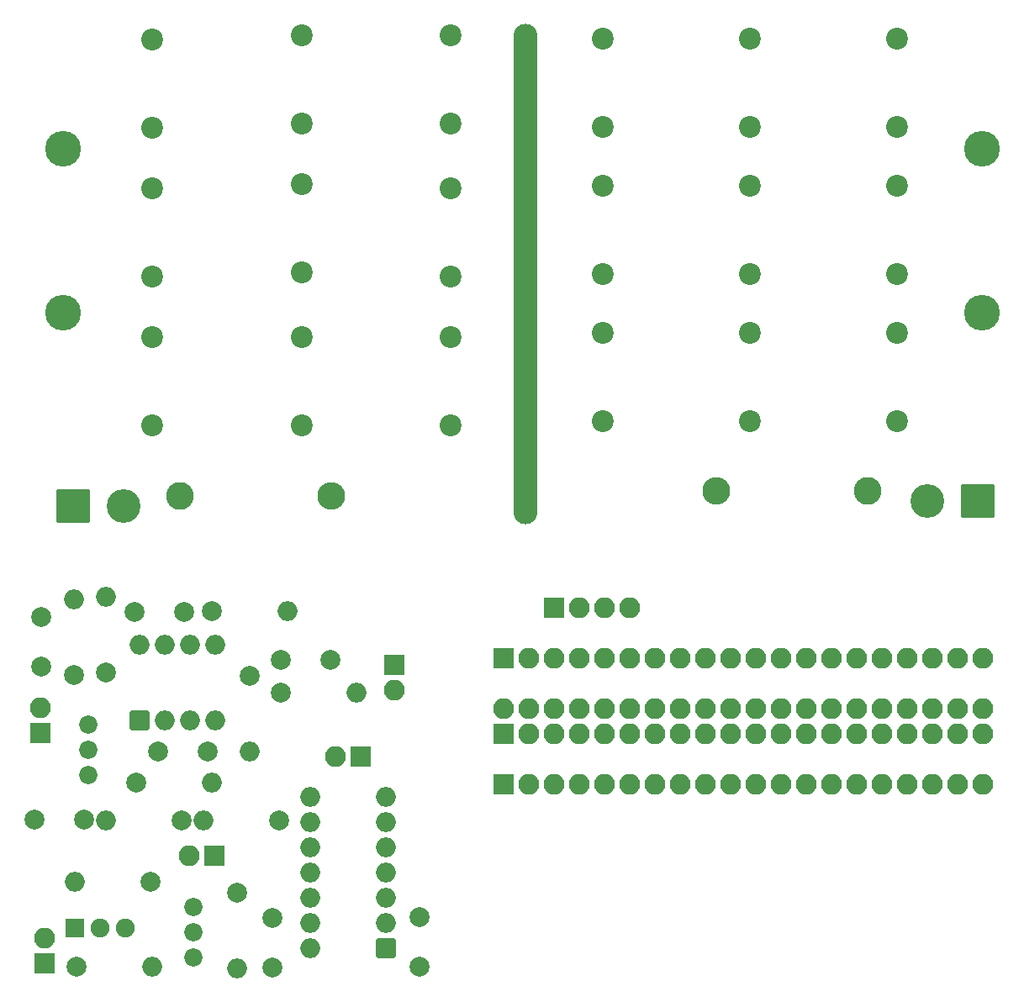
<source format=gbr>
%TF.GenerationSoftware,KiCad,Pcbnew,7.0.11+dfsg-1build4*%
%TF.CreationDate,2025-11-16T19:22:10-06:00*%
%TF.ProjectId,AdapterBoard,41646170-7465-4724-926f-6172642e6b69,rev?*%
%TF.SameCoordinates,Original*%
%TF.FileFunction,Soldermask,Bot*%
%TF.FilePolarity,Negative*%
%FSLAX46Y46*%
G04 Gerber Fmt 4.6, Leading zero omitted, Abs format (unit mm)*
G04 Created by KiCad (PCBNEW 7.0.11+dfsg-1build4) date 2025-11-16 19:22:10*
%MOMM*%
%LPD*%
G01*
G04 APERTURE LIST*
G04 Aperture macros list*
%AMRoundRect*
0 Rectangle with rounded corners*
0 $1 Rounding radius*
0 $2 $3 $4 $5 $6 $7 $8 $9 X,Y pos of 4 corners*
0 Add a 4 corners polygon primitive as box body*
4,1,4,$2,$3,$4,$5,$6,$7,$8,$9,$2,$3,0*
0 Add four circle primitives for the rounded corners*
1,1,$1+$1,$2,$3*
1,1,$1+$1,$4,$5*
1,1,$1+$1,$6,$7*
1,1,$1+$1,$8,$9*
0 Add four rect primitives between the rounded corners*
20,1,$1+$1,$2,$3,$4,$5,0*
20,1,$1+$1,$4,$5,$6,$7,0*
20,1,$1+$1,$6,$7,$8,$9,0*
20,1,$1+$1,$8,$9,$2,$3,0*%
G04 Aperture macros list end*
%ADD10RoundRect,0.200000X-1.500000X-1.500000X1.500000X-1.500000X1.500000X1.500000X-1.500000X1.500000X0*%
%ADD11C,3.400000*%
%ADD12C,3.600000*%
%ADD13RoundRect,0.200000X1.500000X1.500000X-1.500000X1.500000X-1.500000X-1.500000X1.500000X-1.500000X0*%
%ADD14C,2.000000*%
%ADD15O,2.000000X2.000000*%
%ADD16RoundRect,0.200000X-0.850000X0.850000X-0.850000X-0.850000X0.850000X-0.850000X0.850000X0.850000X0*%
%ADD17O,2.100000X2.100000*%
%ADD18RoundRect,0.200000X-0.750000X-0.750000X0.750000X-0.750000X0.750000X0.750000X-0.750000X0.750000X0*%
%ADD19C,1.900000*%
%ADD20C,2.800000*%
%ADD21O,2.800000X2.800000*%
%ADD22RoundRect,0.200000X-0.850000X-0.850000X0.850000X-0.850000X0.850000X0.850000X-0.850000X0.850000X0*%
%ADD23RoundRect,0.200000X0.850000X-0.850000X0.850000X0.850000X-0.850000X0.850000X-0.850000X-0.850000X0*%
%ADD24RoundRect,0.200000X0.800000X0.800000X-0.800000X0.800000X-0.800000X-0.800000X0.800000X-0.800000X0*%
%ADD25RoundRect,0.200000X0.800000X-0.800000X0.800000X0.800000X-0.800000X0.800000X-0.800000X-0.800000X0*%
%ADD26RoundRect,0.200000X0.850000X0.850000X-0.850000X0.850000X-0.850000X-0.850000X0.850000X-0.850000X0*%
%ADD27C,1.840000*%
%ADD28O,2.400000X50.400000*%
%ADD29C,2.200000*%
G04 APERTURE END LIST*
D10*
%TO.C,J9*%
X35000000Y-81000000D03*
D11*
X40080000Y-81000000D03*
%TD*%
D12*
%TO.C,J10*%
X34000000Y-45000000D03*
%TD*%
%TO.C,J12*%
X34000000Y-61500000D03*
%TD*%
D13*
%TO.C,J13*%
X126080000Y-80500000D03*
D11*
X121000000Y-80500000D03*
%TD*%
D12*
%TO.C,J14*%
X126500000Y-45000000D03*
%TD*%
%TO.C,J16*%
X126500000Y-61500000D03*
%TD*%
D14*
%TO.C,R12*%
X48990000Y-91580000D03*
D15*
X56610000Y-91580000D03*
%TD*%
D16*
%TO.C,J31*%
X49270000Y-116180000D03*
D17*
X46730000Y-116180000D03*
%TD*%
D18*
%TO.C,Q1*%
X35220000Y-123470000D03*
D19*
X37760000Y-123470000D03*
X40300000Y-123470000D03*
%TD*%
D20*
%TO.C,R1*%
X45760000Y-80000000D03*
D21*
X61000000Y-80000000D03*
%TD*%
D22*
%TO.C,J33*%
X67320000Y-96980000D03*
D17*
X67320000Y-99520000D03*
%TD*%
D14*
%TO.C,R13*%
X55920000Y-99760000D03*
D15*
X63540000Y-99760000D03*
%TD*%
D14*
%TO.C,R9*%
X41390000Y-108870000D03*
D15*
X49010000Y-108870000D03*
%TD*%
D23*
%TO.C,J26*%
X78320000Y-109040000D03*
D17*
X80860000Y-109040000D03*
X83400000Y-109040000D03*
X85940000Y-109040000D03*
X88480000Y-109040000D03*
X91020000Y-109040000D03*
X93560000Y-109040000D03*
X96100000Y-109040000D03*
X98640000Y-109040000D03*
X101180000Y-109040000D03*
X103720000Y-109040000D03*
X106260000Y-109040000D03*
X108800000Y-109040000D03*
X111340000Y-109040000D03*
X113880000Y-109040000D03*
X116420000Y-109040000D03*
X118960000Y-109040000D03*
X121500000Y-109040000D03*
X124040000Y-109040000D03*
X126580000Y-109040000D03*
%TD*%
D14*
%TO.C,C1*%
X69930000Y-127410000D03*
X69930000Y-122410000D03*
%TD*%
%TO.C,C4*%
X41220000Y-91630000D03*
X46220000Y-91630000D03*
%TD*%
%TO.C,R11*%
X38354000Y-97790000D03*
D15*
X38354000Y-90170000D03*
%TD*%
D23*
%TO.C,J28*%
X83400000Y-91260000D03*
D17*
X85940000Y-91260000D03*
X88480000Y-91260000D03*
X91020000Y-91260000D03*
%TD*%
D24*
%TO.C,U1*%
X66530000Y-125560000D03*
D15*
X66530000Y-123020000D03*
X66530000Y-120480000D03*
X66530000Y-117940000D03*
X66530000Y-115400000D03*
X66530000Y-112860000D03*
X66530000Y-110320000D03*
X58910000Y-110320000D03*
X58910000Y-112860000D03*
X58910000Y-115400000D03*
X58910000Y-117940000D03*
X58910000Y-120480000D03*
X58910000Y-123020000D03*
X58910000Y-125560000D03*
%TD*%
D23*
%TO.C,J27*%
X78320000Y-96340000D03*
D17*
X80860000Y-96340000D03*
X83400000Y-96340000D03*
X85940000Y-96340000D03*
X88480000Y-96340000D03*
X91020000Y-96340000D03*
X93560000Y-96340000D03*
X96100000Y-96340000D03*
X98640000Y-96340000D03*
X101180000Y-96340000D03*
X103720000Y-96340000D03*
X106260000Y-96340000D03*
X108800000Y-96340000D03*
X111340000Y-96340000D03*
X113880000Y-96340000D03*
X116420000Y-96340000D03*
X118960000Y-96340000D03*
X121500000Y-96340000D03*
X124040000Y-96340000D03*
X126580000Y-96340000D03*
%TD*%
D14*
%TO.C,R6*%
X45920000Y-112620000D03*
D15*
X38300000Y-112620000D03*
%TD*%
D16*
%TO.C,J29*%
X63970000Y-106250000D03*
D17*
X61430000Y-106250000D03*
%TD*%
D14*
%TO.C,R10*%
X52800000Y-98100000D03*
D15*
X52800000Y-105720000D03*
%TD*%
D14*
%TO.C,C7*%
X55920000Y-96510000D03*
X60920000Y-96510000D03*
%TD*%
%TO.C,R3*%
X51490000Y-119920000D03*
D15*
X51490000Y-127540000D03*
%TD*%
D25*
%TO.C,U2*%
X41740000Y-102560000D03*
D15*
X44280000Y-102560000D03*
X46820000Y-102560000D03*
X49360000Y-102560000D03*
X49360000Y-94940000D03*
X46820000Y-94940000D03*
X44280000Y-94940000D03*
X41740000Y-94940000D03*
%TD*%
D26*
%TO.C,J30*%
X31740000Y-103875000D03*
D17*
X31740000Y-101335000D03*
%TD*%
D20*
%TO.C,R2*%
X115000000Y-79500000D03*
D21*
X99760000Y-79500000D03*
%TD*%
D14*
%TO.C,R5*%
X35370000Y-127400000D03*
D15*
X42990000Y-127400000D03*
%TD*%
D14*
%TO.C,R4*%
X42800000Y-118840000D03*
D15*
X35180000Y-118840000D03*
%TD*%
D14*
%TO.C,C2*%
X31790000Y-97190000D03*
X31790000Y-92190000D03*
%TD*%
D27*
%TO.C,RV2*%
X36510000Y-103040000D03*
X36510000Y-105580000D03*
X36510000Y-108120000D03*
%TD*%
D14*
%TO.C,C3*%
X55100000Y-122440000D03*
X55100000Y-127440000D03*
%TD*%
D26*
%TO.C,J32*%
X32090000Y-127050000D03*
D17*
X32090000Y-124510000D03*
%TD*%
D27*
%TO.C,RV1*%
X47100000Y-126460000D03*
X47100000Y-123920000D03*
X47100000Y-121380000D03*
%TD*%
D14*
%TO.C,C5*%
X31100000Y-112560000D03*
X36100000Y-112560000D03*
%TD*%
D28*
%TO.C,H1*%
X80600000Y-57600000D03*
%TD*%
D14*
%TO.C,R8*%
X35130000Y-98010000D03*
D15*
X35130000Y-90390000D03*
%TD*%
D14*
%TO.C,C6*%
X43520000Y-105690000D03*
X48520000Y-105690000D03*
%TD*%
%TO.C,R7*%
X55770000Y-112690000D03*
D15*
X48150000Y-112690000D03*
%TD*%
D29*
%TO.C,J11*%
X43000000Y-34000000D03*
X43000000Y-42890000D03*
%TD*%
%TO.C,J21*%
X103171682Y-63555000D03*
X103171682Y-72445000D03*
%TD*%
%TO.C,J7*%
X58000000Y-33555000D03*
X58000000Y-42445000D03*
%TD*%
%TO.C,J1*%
X73000000Y-33555000D03*
X73000000Y-42445000D03*
%TD*%
%TO.C,J2*%
X43000000Y-49000000D03*
X43000000Y-57890000D03*
%TD*%
%TO.C,J20*%
X103171682Y-48726682D03*
X103171682Y-57616682D03*
%TD*%
%TO.C,J3*%
X73000000Y-49000000D03*
X73000000Y-57890000D03*
%TD*%
D16*
%TO.C,J25*%
X78320000Y-103960000D03*
D17*
X78320000Y-101420000D03*
X80860000Y-103960000D03*
X80860000Y-101420000D03*
X83400000Y-103960000D03*
X83400000Y-101420000D03*
X85940000Y-103960000D03*
X85940000Y-101420000D03*
X88480000Y-103960000D03*
X88480000Y-101420000D03*
X91020000Y-103960000D03*
X91020000Y-101420000D03*
X93560000Y-103960000D03*
X93560000Y-101420000D03*
X96100000Y-103960000D03*
X96100000Y-101420000D03*
X98640000Y-103960000D03*
X98640000Y-101420000D03*
X101180000Y-103960000D03*
X101180000Y-101420000D03*
X103720000Y-103960000D03*
X103720000Y-101420000D03*
X106260000Y-103960000D03*
X106260000Y-101420000D03*
X108800000Y-103960000D03*
X108800000Y-101420000D03*
X111340000Y-103960000D03*
X111340000Y-101420000D03*
X113880000Y-103960000D03*
X113880000Y-101420000D03*
X116420000Y-103960000D03*
X116420000Y-101420000D03*
X118960000Y-103960000D03*
X118960000Y-101420000D03*
X121500000Y-103960000D03*
X121500000Y-101420000D03*
X124040000Y-103960000D03*
X124040000Y-101420000D03*
X126580000Y-103960000D03*
X126580000Y-101420000D03*
%TD*%
D29*
%TO.C,J8*%
X73000000Y-64000000D03*
X73000000Y-72890000D03*
%TD*%
%TO.C,J4*%
X58000000Y-48555000D03*
X58000000Y-57445000D03*
%TD*%
%TO.C,J24*%
X88343364Y-63555000D03*
X88343364Y-72445000D03*
%TD*%
%TO.C,J22*%
X88343364Y-33898364D03*
X88343364Y-42788364D03*
%TD*%
%TO.C,J6*%
X58000000Y-64000000D03*
X58000000Y-72890000D03*
%TD*%
%TO.C,J19*%
X103171682Y-33898364D03*
X103171682Y-42788364D03*
%TD*%
%TO.C,J17*%
X118000000Y-48726682D03*
X118000000Y-57616682D03*
%TD*%
%TO.C,J23*%
X88343364Y-48726682D03*
X88343364Y-57616682D03*
%TD*%
%TO.C,J5*%
X43000000Y-64000000D03*
X43000000Y-72890000D03*
%TD*%
%TO.C,J15*%
X118000000Y-33898364D03*
X118000000Y-42788364D03*
%TD*%
%TO.C,J18*%
X118000000Y-63555000D03*
X118000000Y-72445000D03*
%TD*%
M02*

</source>
